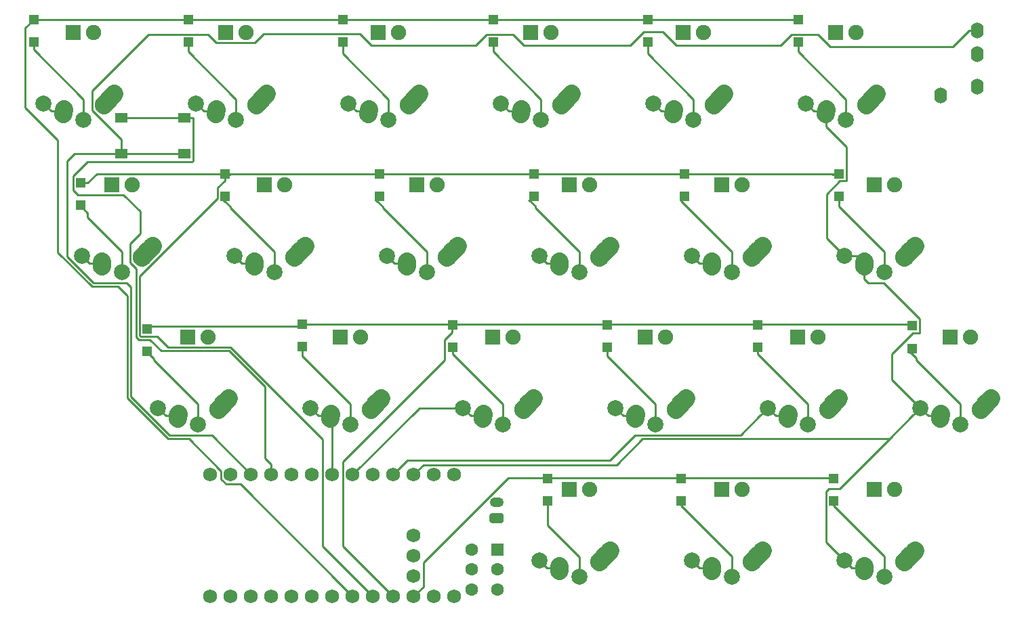
<source format=gbl>
G04 #@! TF.GenerationSoftware,KiCad,Pcbnew,(5.1.4)-1*
G04 #@! TF.CreationDate,2021-01-05T09:43:32-08:00*
G04 #@! TF.ProjectId,andante-classic,616e6461-6e74-4652-9d63-6c6173736963,rev?*
G04 #@! TF.SameCoordinates,Original*
G04 #@! TF.FileFunction,Copper,L2,Bot*
G04 #@! TF.FilePolarity,Positive*
%FSLAX46Y46*%
G04 Gerber Fmt 4.6, Leading zero omitted, Abs format (unit mm)*
G04 Created by KiCad (PCBNEW (5.1.4)-1) date 2021-01-05 09:43:32*
%MOMM*%
%LPD*%
G04 APERTURE LIST*
%ADD10R,1.200000X1.200000*%
%ADD11R,1.905000X1.905000*%
%ADD12C,1.905000*%
%ADD13C,2.000000*%
%ADD14C,2.250000*%
%ADD15C,2.250000*%
%ADD16C,1.752600*%
%ADD17O,1.750000X1.200000*%
%ADD18C,0.100000*%
%ADD19C,1.200000*%
%ADD20C,1.600000*%
%ADD21R,1.600000X1.600000*%
%ADD22O,1.600000X2.000000*%
%ADD23R,1.550000X1.300000*%
%ADD24C,0.250000*%
G04 APERTURE END LIST*
D10*
X118872000Y-22860000D03*
X118872000Y-25660000D03*
X100076000Y-22860000D03*
X100076000Y-25660000D03*
X66548000Y-42164000D03*
X66548000Y-44964000D03*
X104187500Y-80264000D03*
X104187500Y-83064000D03*
X133096000Y-61208000D03*
X133096000Y-64008000D03*
X113792000Y-61084000D03*
X113792000Y-63884000D03*
X85852000Y-42164000D03*
X85852000Y-44964000D03*
X87518750Y-80264000D03*
X87518750Y-83064000D03*
X104648000Y-42164000D03*
X104648000Y-44964000D03*
X37512500Y-61562500D03*
X37512500Y-64362500D03*
X29194000Y-43338000D03*
X29194000Y-46138000D03*
X47244000Y-42164000D03*
X47244000Y-44964000D03*
X123952000Y-42164000D03*
X123952000Y-44964000D03*
X123237500Y-80264000D03*
X123237500Y-83064000D03*
X75692000Y-61084000D03*
X75692000Y-63884000D03*
D11*
X128317500Y-81632500D03*
D12*
X130857500Y-81632500D03*
D13*
X129587500Y-92612500D03*
X124587500Y-90512500D03*
D14*
X132087500Y-90712500D03*
X132742505Y-89982504D03*
D15*
X133397500Y-89252500D02*
X132087510Y-90712508D01*
D14*
X127047500Y-91792500D03*
X127067729Y-91502516D03*
D15*
X127087500Y-91212500D02*
X127047958Y-91792532D01*
D11*
X80692500Y-62582500D03*
D12*
X83232500Y-62582500D03*
D13*
X81962500Y-73562500D03*
X76962500Y-71462500D03*
D14*
X84462500Y-71662500D03*
X85117505Y-70932504D03*
D15*
X85772500Y-70202500D02*
X84462510Y-71662508D01*
D14*
X79422500Y-72742500D03*
X79442729Y-72452516D03*
D15*
X79462500Y-72162500D02*
X79422958Y-72742532D01*
D10*
X56896000Y-60960000D03*
X56896000Y-63760000D03*
D11*
X33067500Y-43532500D03*
D12*
X35607500Y-43532500D03*
D13*
X34337500Y-54512500D03*
X29337500Y-52412500D03*
D14*
X36837500Y-52612500D03*
X37492505Y-51882504D03*
D15*
X38147500Y-51152500D02*
X36837510Y-52612508D01*
D14*
X31797500Y-53692500D03*
X31817729Y-53402516D03*
D15*
X31837500Y-53112500D02*
X31797958Y-53692532D01*
D11*
X42592500Y-62582500D03*
D12*
X45132500Y-62582500D03*
D13*
X43862500Y-73562500D03*
X38862500Y-71462500D03*
D14*
X46362500Y-71662500D03*
X47017505Y-70932504D03*
D15*
X47672500Y-70202500D02*
X46362510Y-71662508D01*
D14*
X41322500Y-72742500D03*
X41342729Y-72452516D03*
D15*
X41362500Y-72162500D02*
X41322958Y-72742532D01*
D11*
X85455000Y-24482500D03*
D12*
X87995000Y-24482500D03*
D13*
X86725000Y-35462500D03*
X81725000Y-33362500D03*
D14*
X89225000Y-33562500D03*
X89880005Y-32832504D03*
D15*
X90535000Y-32102500D02*
X89225010Y-33562508D01*
D14*
X84185000Y-34642500D03*
X84205229Y-34352516D03*
D15*
X84225000Y-34062500D02*
X84185458Y-34642532D01*
D11*
X118792500Y-62582500D03*
D12*
X121332500Y-62582500D03*
D13*
X120062500Y-73562500D03*
X115062500Y-71462500D03*
D14*
X122562500Y-71662500D03*
X123217505Y-70932504D03*
D15*
X123872500Y-70202500D02*
X122562510Y-71662508D01*
D14*
X117522500Y-72742500D03*
X117542729Y-72452516D03*
D15*
X117562500Y-72162500D02*
X117522958Y-72742532D01*
D16*
X47950538Y-95028380D03*
X50490538Y-95028380D03*
X53030538Y-95028380D03*
X55570538Y-95028380D03*
X58110538Y-95028380D03*
X60650538Y-95028380D03*
X63190538Y-95028380D03*
X65730538Y-95028380D03*
X68270538Y-95028380D03*
X70810538Y-95028380D03*
X73350538Y-95028380D03*
X75890538Y-79788380D03*
X73350538Y-79788380D03*
X70810538Y-79788380D03*
X68270538Y-79788380D03*
X65730538Y-79788380D03*
X63190538Y-79788380D03*
X60650538Y-79788380D03*
X58110538Y-79788380D03*
X55570538Y-79788380D03*
X53030538Y-79788380D03*
X50490538Y-79788380D03*
X75890538Y-95028380D03*
X47950538Y-79788380D03*
X45410538Y-79788380D03*
X45410538Y-95028380D03*
X70810538Y-92488380D03*
X70810538Y-89948380D03*
X70810538Y-87408380D03*
D11*
X109267500Y-81632500D03*
D12*
X111807500Y-81632500D03*
D13*
X110537500Y-92612500D03*
X105537500Y-90512500D03*
D14*
X113037500Y-90712500D03*
X113692505Y-89982504D03*
D15*
X114347500Y-89252500D02*
X113037510Y-90712508D01*
D14*
X107997500Y-91792500D03*
X108017729Y-91502516D03*
D15*
X108037500Y-91212500D02*
X107997958Y-91792532D01*
D11*
X137842500Y-62582500D03*
D12*
X140382500Y-62582500D03*
D13*
X139112500Y-73562500D03*
X134112500Y-71462500D03*
D14*
X141612500Y-71662500D03*
X142267505Y-70932504D03*
D15*
X142922500Y-70202500D02*
X141612510Y-71662508D01*
D14*
X136572500Y-72742500D03*
X136592729Y-72452516D03*
D15*
X136612500Y-72162500D02*
X136572958Y-72742532D01*
D11*
X61642500Y-62582500D03*
D12*
X64182500Y-62582500D03*
D13*
X62912500Y-73562500D03*
X57912500Y-71462500D03*
D14*
X65412500Y-71662500D03*
X66067505Y-70932504D03*
D15*
X66722500Y-70202500D02*
X65412510Y-71662508D01*
D14*
X60372500Y-72742500D03*
X60392729Y-72452516D03*
D15*
X60412500Y-72162500D02*
X60372958Y-72742532D01*
D11*
X99742500Y-62582500D03*
D12*
X102282500Y-62582500D03*
D13*
X101012500Y-73562500D03*
X96012500Y-71462500D03*
D14*
X103512500Y-71662500D03*
X104167505Y-70932504D03*
D15*
X104822500Y-70202500D02*
X103512510Y-71662508D01*
D14*
X98472500Y-72742500D03*
X98492729Y-72452516D03*
D15*
X98512500Y-72162500D02*
X98472958Y-72742532D01*
D17*
X81168750Y-83252000D03*
D18*
G36*
X81818255Y-84653204D02*
G01*
X81842523Y-84656804D01*
X81866322Y-84662765D01*
X81889421Y-84671030D01*
X81911600Y-84681520D01*
X81932643Y-84694132D01*
X81952349Y-84708747D01*
X81970527Y-84725223D01*
X81987003Y-84743401D01*
X82001618Y-84763107D01*
X82014230Y-84784150D01*
X82024720Y-84806329D01*
X82032985Y-84829428D01*
X82038946Y-84853227D01*
X82042546Y-84877495D01*
X82043750Y-84901999D01*
X82043750Y-85602001D01*
X82042546Y-85626505D01*
X82038946Y-85650773D01*
X82032985Y-85674572D01*
X82024720Y-85697671D01*
X82014230Y-85719850D01*
X82001618Y-85740893D01*
X81987003Y-85760599D01*
X81970527Y-85778777D01*
X81952349Y-85795253D01*
X81932643Y-85809868D01*
X81911600Y-85822480D01*
X81889421Y-85832970D01*
X81866322Y-85841235D01*
X81842523Y-85847196D01*
X81818255Y-85850796D01*
X81793751Y-85852000D01*
X80543749Y-85852000D01*
X80519245Y-85850796D01*
X80494977Y-85847196D01*
X80471178Y-85841235D01*
X80448079Y-85832970D01*
X80425900Y-85822480D01*
X80404857Y-85809868D01*
X80385151Y-85795253D01*
X80366973Y-85778777D01*
X80350497Y-85760599D01*
X80335882Y-85740893D01*
X80323270Y-85719850D01*
X80312780Y-85697671D01*
X80304515Y-85674572D01*
X80298554Y-85650773D01*
X80294954Y-85626505D01*
X80293750Y-85602001D01*
X80293750Y-84901999D01*
X80294954Y-84877495D01*
X80298554Y-84853227D01*
X80304515Y-84829428D01*
X80312780Y-84806329D01*
X80323270Y-84784150D01*
X80335882Y-84763107D01*
X80350497Y-84743401D01*
X80366973Y-84725223D01*
X80385151Y-84708747D01*
X80404857Y-84694132D01*
X80425900Y-84681520D01*
X80448079Y-84671030D01*
X80471178Y-84662765D01*
X80494977Y-84656804D01*
X80519245Y-84653204D01*
X80543749Y-84652000D01*
X81793751Y-84652000D01*
X81818255Y-84653204D01*
X81818255Y-84653204D01*
G37*
D19*
X81168750Y-85252000D03*
D11*
X104505000Y-24482500D03*
D12*
X107045000Y-24482500D03*
D13*
X105775000Y-35462500D03*
X100775000Y-33362500D03*
D14*
X108275000Y-33562500D03*
X108930005Y-32832504D03*
D15*
X109585000Y-32102500D02*
X108275010Y-33562508D01*
D14*
X103235000Y-34642500D03*
X103255229Y-34352516D03*
D15*
X103275000Y-34062500D02*
X103235458Y-34642532D01*
D20*
X78064000Y-94189000D03*
X78064000Y-91689000D03*
X78064000Y-89189000D03*
X81264000Y-94189000D03*
X81264000Y-91689000D03*
D21*
X81264000Y-89189000D03*
D11*
X90217500Y-81632500D03*
D12*
X92757500Y-81632500D03*
D13*
X91487500Y-92612500D03*
X86487500Y-90512500D03*
D14*
X93987500Y-90712500D03*
X94642505Y-89982504D03*
D15*
X95297500Y-89252500D02*
X93987510Y-90712508D01*
D14*
X88947500Y-91792500D03*
X88967729Y-91502516D03*
D15*
X88987500Y-91212500D02*
X88947958Y-91792532D01*
D11*
X123555000Y-24482500D03*
D12*
X126095000Y-24482500D03*
D13*
X124825000Y-35462500D03*
X119825000Y-33362500D03*
D14*
X127325000Y-33562500D03*
X127980005Y-32832504D03*
D15*
X128635000Y-32102500D02*
X127325010Y-33562508D01*
D14*
X122285000Y-34642500D03*
X122305229Y-34352516D03*
D15*
X122325000Y-34062500D02*
X122285458Y-34642532D01*
D11*
X47355000Y-24482500D03*
D12*
X49895000Y-24482500D03*
D13*
X48625000Y-35462500D03*
X43625000Y-33362500D03*
D14*
X51125000Y-33562500D03*
X51780005Y-32832504D03*
D15*
X52435000Y-32102500D02*
X51125010Y-33562508D01*
D14*
X46085000Y-34642500D03*
X46105229Y-34352516D03*
D15*
X46125000Y-34062500D02*
X46085458Y-34642532D01*
D11*
X52117500Y-43532500D03*
D12*
X54657500Y-43532500D03*
D13*
X53387500Y-54512500D03*
X48387500Y-52412500D03*
D14*
X55887500Y-52612500D03*
X56542505Y-51882504D03*
D15*
X57197500Y-51152500D02*
X55887510Y-52612508D01*
D14*
X50847500Y-53692500D03*
X50867729Y-53402516D03*
D15*
X50887500Y-53112500D02*
X50847958Y-53692532D01*
D11*
X90217500Y-43532500D03*
D12*
X92757500Y-43532500D03*
D13*
X91487500Y-54512500D03*
X86487500Y-52412500D03*
D14*
X93987500Y-52612500D03*
X94642505Y-51882504D03*
D15*
X95297500Y-51152500D02*
X93987510Y-52612508D01*
D14*
X88947500Y-53692500D03*
X88967729Y-53402516D03*
D15*
X88987500Y-53112500D02*
X88947958Y-53692532D01*
D11*
X28305000Y-24482500D03*
D12*
X30845000Y-24482500D03*
D13*
X29575000Y-35462500D03*
X24575000Y-33362500D03*
D14*
X32075000Y-33562500D03*
X32730005Y-32832504D03*
D15*
X33385000Y-32102500D02*
X32075010Y-33562508D01*
D14*
X27035000Y-34642500D03*
X27055229Y-34352516D03*
D15*
X27075000Y-34062500D02*
X27035458Y-34642532D01*
D11*
X66405000Y-24482500D03*
D12*
X68945000Y-24482500D03*
D13*
X67675000Y-35462500D03*
X62675000Y-33362500D03*
D14*
X70175000Y-33562500D03*
X70830005Y-32832504D03*
D15*
X71485000Y-32102500D02*
X70175010Y-33562508D01*
D14*
X65135000Y-34642500D03*
X65155229Y-34352516D03*
D15*
X65175000Y-34062500D02*
X65135458Y-34642532D01*
D11*
X128317500Y-43532500D03*
D12*
X130857500Y-43532500D03*
D13*
X129587500Y-54512500D03*
X124587500Y-52412500D03*
D14*
X132087500Y-52612500D03*
X132742505Y-51882504D03*
D15*
X133397500Y-51152500D02*
X132087510Y-52612508D01*
D14*
X127047500Y-53692500D03*
X127067729Y-53402516D03*
D15*
X127087500Y-53112500D02*
X127047958Y-53692532D01*
D22*
X141250000Y-27250000D03*
X141250000Y-24250000D03*
X141250000Y-31250000D03*
X136650000Y-32350000D03*
D10*
X94996000Y-61084000D03*
X94996000Y-63884000D03*
D23*
X42195000Y-35190000D03*
X42195000Y-39690000D03*
X34245000Y-39690000D03*
X34245000Y-35190000D03*
D10*
X23368000Y-22860000D03*
X23368000Y-25660000D03*
X42672000Y-22860000D03*
X42672000Y-25660000D03*
X80772000Y-22860000D03*
X80772000Y-25660000D03*
X61976000Y-22860000D03*
X61976000Y-25660000D03*
D11*
X71167500Y-43532500D03*
D12*
X73707500Y-43532500D03*
D13*
X72437500Y-54512500D03*
X67437500Y-52412500D03*
D14*
X74937500Y-52612500D03*
X75592505Y-51882504D03*
D15*
X76247500Y-51152500D02*
X74937510Y-52612508D01*
D14*
X69897500Y-53692500D03*
X69917729Y-53402516D03*
D15*
X69937500Y-53112500D02*
X69897958Y-53692532D01*
D11*
X109267500Y-43532500D03*
D12*
X111807500Y-43532500D03*
D13*
X110537500Y-54512500D03*
X105537500Y-52412500D03*
D14*
X113037500Y-52612500D03*
X113692505Y-51882504D03*
D15*
X114347500Y-51152500D02*
X113037510Y-52612508D01*
D14*
X107997500Y-53692500D03*
X108017729Y-53402516D03*
D15*
X108037500Y-53112500D02*
X107997958Y-53692532D01*
D24*
X23368000Y-26510000D02*
X23368000Y-25660000D01*
X23368000Y-26659498D02*
X23368000Y-26510000D01*
X29575000Y-35462500D02*
X29575000Y-32866498D01*
X29575000Y-32866498D02*
X23368000Y-26659498D01*
X26362629Y-37976101D02*
X26362630Y-52035042D01*
X46749237Y-80365005D02*
X46749237Y-79349153D01*
X22299999Y-23925001D02*
X22299999Y-33913471D01*
X23075000Y-23150000D02*
X22299999Y-23925001D01*
X35025140Y-57477210D02*
X33835440Y-56287510D01*
X42737595Y-75337511D02*
X40140099Y-75337511D01*
X35025140Y-70222552D02*
X35025140Y-57477210D01*
X46749237Y-80365005D02*
X47373913Y-80989681D01*
X26362630Y-52035042D02*
X30615098Y-56287510D01*
X47373913Y-80989681D02*
X49151839Y-80989681D01*
X46749237Y-79349153D02*
X42737595Y-75337511D01*
X62314239Y-94152081D02*
X63190538Y-95028380D01*
X40140099Y-75337511D02*
X35025140Y-70222552D01*
X23368000Y-22860000D02*
X118872000Y-22860000D01*
X49151839Y-80989681D02*
X62314239Y-94152081D01*
X22299999Y-33913471D02*
X26362629Y-37976101D01*
X23225000Y-23150000D02*
X23075000Y-23150000D01*
X30615098Y-56287510D02*
X33835440Y-56287510D01*
X38862500Y-71462500D02*
X39862499Y-72462499D01*
X29337500Y-52412500D02*
X30337499Y-53412499D01*
X30337499Y-53412499D02*
X31537501Y-53412499D01*
X41362500Y-72162500D02*
X41362500Y-73023502D01*
X39862499Y-72462499D02*
X41062501Y-72462499D01*
X26754999Y-34362499D02*
X27035000Y-34642500D01*
X25574999Y-34362499D02*
X26754999Y-34362499D01*
X24575000Y-33362500D02*
X25574999Y-34362499D01*
X31837500Y-53112500D02*
X31837500Y-53973502D01*
X41062501Y-72462499D02*
X41362500Y-72162500D01*
X31537501Y-53412499D02*
X31837500Y-53112500D01*
X42672000Y-26510000D02*
X42672000Y-25660000D01*
X48625000Y-32866498D02*
X42672000Y-26913498D01*
X42672000Y-26913498D02*
X42672000Y-26510000D01*
X48625000Y-35462500D02*
X48625000Y-32866498D01*
X61976000Y-27167498D02*
X61976000Y-26510000D01*
X67675000Y-32866498D02*
X61976000Y-27167498D01*
X67675000Y-35462500D02*
X67675000Y-32866498D01*
X61976000Y-26510000D02*
X61976000Y-25660000D01*
X86725000Y-32866498D02*
X80772000Y-26913498D01*
X86725000Y-35462500D02*
X86725000Y-32866498D01*
X80772000Y-26913498D02*
X80772000Y-26510000D01*
X80772000Y-26510000D02*
X80772000Y-25660000D01*
X100076000Y-27167498D02*
X100076000Y-26510000D01*
X105775000Y-32866498D02*
X100076000Y-27167498D01*
X105775000Y-35462500D02*
X105775000Y-32866498D01*
X100076000Y-26510000D02*
X100076000Y-25660000D01*
X124825000Y-32866498D02*
X118872000Y-26913498D01*
X118872000Y-26510000D02*
X118872000Y-25660000D01*
X124825000Y-35462500D02*
X124825000Y-32866498D01*
X118872000Y-26913498D02*
X118872000Y-26510000D01*
X30044000Y-47619000D02*
X30044000Y-47088000D01*
X29344000Y-46388000D02*
X29194000Y-46388000D01*
X34337500Y-54512500D02*
X34337500Y-51912500D01*
X30044000Y-47088000D02*
X29344000Y-46388000D01*
X34337500Y-51912500D02*
X30044000Y-47619000D01*
X65730538Y-95028380D02*
X59449237Y-88747079D01*
X123087500Y-42262500D02*
X123079999Y-42254999D01*
X47895001Y-42254999D02*
X47887500Y-42262500D01*
X47887500Y-42262500D02*
X47037500Y-42262500D01*
X123237500Y-42262500D02*
X123087500Y-42262500D01*
X29194000Y-43338000D02*
X30044000Y-43338000D01*
X47935413Y-63860001D02*
X40112411Y-63860001D01*
X36587499Y-62395301D02*
X36587499Y-55008503D01*
X31218000Y-42164000D02*
X46394000Y-42164000D01*
X46318999Y-43939001D02*
X47244000Y-43014000D01*
X47244000Y-43014000D02*
X47244000Y-42164000D01*
X36587499Y-55008503D02*
X46318999Y-45277003D01*
X46318999Y-45277003D02*
X46318999Y-43939001D01*
X47244000Y-42164000D02*
X123952000Y-42164000D01*
X36679699Y-62487501D02*
X36587499Y-62395301D01*
X38739911Y-62487501D02*
X36679699Y-62487501D01*
X40112411Y-63860001D02*
X38739911Y-62487501D01*
X59449237Y-88747079D02*
X59449237Y-75373825D01*
X30044000Y-43338000D02*
X31218000Y-42164000D01*
X46394000Y-42164000D02*
X47244000Y-42164000D01*
X59449237Y-75373825D02*
X47935413Y-63860001D01*
X47887500Y-46262500D02*
X47187500Y-45562500D01*
X47887500Y-46412500D02*
X47887500Y-46262500D01*
X53387500Y-51912500D02*
X47887500Y-46412500D01*
X53387500Y-54512500D02*
X53387500Y-51912500D01*
X47187500Y-45562500D02*
X47037500Y-45562500D01*
X66937500Y-46262500D02*
X66237500Y-45562500D01*
X66937500Y-46412500D02*
X66937500Y-46262500D01*
X72437500Y-51912500D02*
X66937500Y-46412500D01*
X66237500Y-45562500D02*
X66087500Y-45562500D01*
X72437500Y-54512500D02*
X72437500Y-51912500D01*
X85987500Y-46200000D02*
X85287500Y-45500000D01*
X91487500Y-51916498D02*
X85987500Y-46416498D01*
X85287500Y-45500000D02*
X85137500Y-45500000D01*
X85987500Y-46416498D02*
X85987500Y-46200000D01*
X91487500Y-54512500D02*
X91487500Y-51916498D01*
X110537500Y-51912500D02*
X104187500Y-45562500D01*
X110537500Y-54512500D02*
X110537500Y-51912500D01*
X123952000Y-45814000D02*
X123952000Y-44964000D01*
X129587500Y-51916498D02*
X123952000Y-46280998D01*
X123952000Y-46280998D02*
X123952000Y-45814000D01*
X129587500Y-54512500D02*
X129587500Y-51916498D01*
X37662500Y-64612500D02*
X37512500Y-64612500D01*
X43862500Y-70962500D02*
X38362500Y-65462500D01*
X43862500Y-73562500D02*
X43862500Y-70962500D01*
X38362500Y-65312500D02*
X37662500Y-64612500D01*
X38362500Y-65462500D02*
X38362500Y-65312500D01*
X61989237Y-78150763D02*
X74687499Y-65452501D01*
X56500000Y-61250000D02*
X37575000Y-61250000D01*
X68270538Y-95028380D02*
X61989237Y-88747079D01*
X61989237Y-88747079D02*
X61989237Y-78150763D01*
X74687499Y-62937501D02*
X75612500Y-62012500D01*
X75612500Y-62012500D02*
X75612500Y-61312500D01*
X74687499Y-65452501D02*
X74687499Y-62937501D01*
X56896000Y-60960000D02*
X132588000Y-60960000D01*
X37575000Y-61250000D02*
X37512500Y-61312500D01*
X62912500Y-70966498D02*
X56896000Y-64949998D01*
X62912500Y-73562500D02*
X62912500Y-70966498D01*
X56896000Y-64610000D02*
X56896000Y-63760000D01*
X56896000Y-64949998D02*
X56896000Y-64610000D01*
X81962500Y-71004500D02*
X75692000Y-64734000D01*
X81962500Y-73562500D02*
X81962500Y-71004500D01*
X75692000Y-64734000D02*
X75692000Y-63884000D01*
X94996000Y-64734000D02*
X94996000Y-63884000D01*
X94996000Y-64949998D02*
X94996000Y-64734000D01*
X101012500Y-70966498D02*
X94996000Y-64949998D01*
X101012500Y-73562500D02*
X101012500Y-70966498D01*
X120062500Y-73562500D02*
X120062500Y-71004500D01*
X120062500Y-71004500D02*
X113792000Y-64734000D01*
X113792000Y-64734000D02*
X113792000Y-63884000D01*
X133612500Y-65250000D02*
X132912500Y-64550000D01*
X132912500Y-64550000D02*
X132762500Y-64550000D01*
X139112500Y-70966498D02*
X133612500Y-65466498D01*
X139112500Y-73562500D02*
X139112500Y-70966498D01*
X133612500Y-65466498D02*
X133612500Y-65250000D01*
X91487500Y-92612500D02*
X91487500Y-90144474D01*
X87518750Y-86175724D02*
X87518750Y-84236500D01*
X91487500Y-90144474D02*
X87518750Y-86175724D01*
X87518750Y-84236500D02*
X87518750Y-83536500D01*
X123111500Y-80236500D02*
X123237500Y-80362500D01*
X87518750Y-80236500D02*
X123111500Y-80236500D01*
X72011839Y-93827079D02*
X72011839Y-90825750D01*
X82601089Y-80236500D02*
X86668750Y-80236500D01*
X70810538Y-95028380D02*
X72011839Y-93827079D01*
X72011839Y-90825750D02*
X82601089Y-80236500D01*
X86668750Y-80236500D02*
X87518750Y-80236500D01*
X104187500Y-83666498D02*
X104187500Y-83064000D01*
X110537500Y-90016498D02*
X104187500Y-83666498D01*
X110537500Y-92612500D02*
X110537500Y-90016498D01*
X129587500Y-90016498D02*
X123237500Y-83666498D01*
X123237500Y-83666498D02*
X123237500Y-83064000D01*
X129587500Y-92612500D02*
X129587500Y-90016498D01*
X48387500Y-52412500D02*
X49387499Y-53412499D01*
X57912500Y-71462500D02*
X58912499Y-72462499D01*
X58912499Y-72462499D02*
X60112501Y-72462499D01*
X45825001Y-34362499D02*
X46125000Y-34062500D01*
X60112501Y-72462499D02*
X60412500Y-72162500D01*
X60650538Y-72400538D02*
X60412500Y-72162500D01*
X44624999Y-34362499D02*
X45825001Y-34362499D01*
X43625000Y-33362500D02*
X44624999Y-34362499D01*
X60650538Y-79788380D02*
X60650538Y-72400538D01*
X50567499Y-53412499D02*
X50847500Y-53692500D01*
X49387499Y-53412499D02*
X50567499Y-53412499D01*
X63190538Y-79788380D02*
X71516418Y-71462500D01*
X76962500Y-71462500D02*
X77962499Y-72462499D01*
X62675000Y-33362500D02*
X63674999Y-34362499D01*
X67437500Y-52412500D02*
X68437499Y-53412499D01*
X77962499Y-72462499D02*
X79162501Y-72462499D01*
X68437499Y-53412499D02*
X69617499Y-53412499D01*
X64875001Y-34362499D02*
X65175000Y-34062500D01*
X71516418Y-71462500D02*
X76962500Y-71462500D01*
X79162501Y-72462499D02*
X79462500Y-72162500D01*
X69617499Y-53412499D02*
X69897500Y-53692500D01*
X63674999Y-34362499D02*
X64875001Y-34362499D01*
X88687501Y-91512499D02*
X88987500Y-91212500D01*
X87487499Y-91512499D02*
X88687501Y-91512499D01*
X88687501Y-53412499D02*
X88987500Y-53112500D01*
X86487500Y-90512500D02*
X87487499Y-91512499D01*
X83925001Y-34362499D02*
X84225000Y-34062500D01*
X96012500Y-71462500D02*
X97012499Y-72462499D01*
X81725000Y-33362500D02*
X82724999Y-34362499D01*
X86487500Y-52412500D02*
X87487499Y-53412499D01*
X82724999Y-34362499D02*
X83925001Y-34362499D01*
X87487499Y-53412499D02*
X88687501Y-53412499D01*
X97012499Y-72462499D02*
X98192499Y-72462499D01*
X98192499Y-72462499D02*
X98472500Y-72742500D01*
X102975001Y-34362499D02*
X103275000Y-34062500D01*
X107737501Y-53412499D02*
X108037500Y-53112500D01*
X115062500Y-71462500D02*
X116062499Y-72462499D01*
X101774999Y-34362499D02*
X102975001Y-34362499D01*
X98458041Y-74887501D02*
X111637499Y-74887501D01*
X117262501Y-72462499D02*
X117562500Y-72162500D01*
X100775000Y-33362500D02*
X101774999Y-34362499D01*
X114062501Y-72462499D02*
X115062500Y-71462500D01*
X106537499Y-53412499D02*
X107737501Y-53412499D01*
X116062499Y-72462499D02*
X117262501Y-72462499D01*
X106537499Y-91512499D02*
X107737501Y-91512499D01*
X68270538Y-79788380D02*
X70022147Y-78036771D01*
X105537500Y-52412500D02*
X106537499Y-53412499D01*
X105537500Y-90512500D02*
X106537499Y-91512499D01*
X95308771Y-78036771D02*
X98458041Y-74887501D01*
X70022147Y-78036771D02*
X95308771Y-78036771D01*
X111637499Y-74887501D02*
X114062501Y-72462499D01*
X126987921Y-78587079D02*
X130219500Y-75355500D01*
X122678499Y-81537501D02*
X124037499Y-81537501D01*
X122312499Y-81903501D02*
X122678499Y-81537501D01*
X126787501Y-91512499D02*
X127087500Y-91212500D01*
X124587500Y-90512500D02*
X125587499Y-91512499D01*
X135112499Y-72462499D02*
X136312501Y-72462499D01*
X120824999Y-34362499D02*
X122025001Y-34362499D01*
X127601511Y-55837501D02*
X127087500Y-55323490D01*
X133956001Y-62133001D02*
X134021001Y-62068001D01*
X122428000Y-44702998D02*
X124041997Y-43089001D01*
X124041997Y-43089001D02*
X124812001Y-43089001D01*
X72011839Y-78587079D02*
X96164921Y-78587079D01*
X127087500Y-55323490D02*
X127087500Y-53112500D01*
X126409500Y-79165500D02*
X126987921Y-78587079D01*
X130556000Y-67906000D02*
X130556000Y-64762998D01*
X133112501Y-72462499D02*
X134112500Y-71462500D01*
X124037499Y-81537501D02*
X125901500Y-79673500D01*
X122312499Y-88237499D02*
X122312499Y-81903501D01*
X130556000Y-64762998D02*
X133185997Y-62133001D01*
X134021001Y-60361001D02*
X129497501Y-55837501D01*
X124877001Y-38825491D02*
X122325000Y-36273490D01*
X96164921Y-78587079D02*
X99414489Y-75337511D01*
X126387500Y-52412500D02*
X124587500Y-52412500D01*
X124877001Y-43024001D02*
X124877001Y-38825491D01*
X124587500Y-52412500D02*
X122428000Y-50253000D01*
X124587500Y-90512500D02*
X122312499Y-88237499D01*
X134112500Y-71462500D02*
X130556000Y-67906000D01*
X99414489Y-75337511D02*
X130201511Y-75337511D01*
X130219500Y-75355500D02*
X133112501Y-72462499D01*
X125901500Y-79673500D02*
X126409500Y-79165500D01*
X125587499Y-91512499D02*
X126787501Y-91512499D01*
X129497501Y-55837501D02*
X127601511Y-55837501D01*
X122428000Y-50253000D02*
X122428000Y-44702998D01*
X130201511Y-75337511D02*
X130219500Y-75355500D01*
X133185997Y-62133001D02*
X133956001Y-62133001D01*
X134021001Y-62068001D02*
X134021001Y-60361001D01*
X70810538Y-79788380D02*
X72011839Y-78587079D01*
X119825000Y-33362500D02*
X120824999Y-34362499D01*
X122025001Y-34362499D02*
X122325000Y-34062500D01*
X134112500Y-71462500D02*
X135112499Y-72462499D01*
X127087500Y-53112500D02*
X126387500Y-52412500D01*
X122325000Y-36273490D02*
X122325000Y-34062500D01*
X136312501Y-72462499D02*
X136612500Y-72162500D01*
X124812001Y-43089001D02*
X124877001Y-43024001D01*
X30081997Y-40665001D02*
X43154999Y-40665001D01*
X34245000Y-35190000D02*
X42195000Y-35190000D01*
X53030538Y-79788380D02*
X53030538Y-78549105D01*
X36656401Y-49662499D02*
X36656401Y-46896401D01*
X52270000Y-77788567D02*
X52270000Y-68830998D01*
X34570001Y-44810001D02*
X28880999Y-44810001D01*
X43154999Y-40665001D02*
X43295001Y-40524999D01*
X28880999Y-44810001D02*
X28268999Y-44198001D01*
X37872513Y-62937511D02*
X36493298Y-62937510D01*
X36493298Y-62937510D02*
X36137489Y-62581701D01*
X35387499Y-53308501D02*
X35387499Y-50931401D01*
X47749013Y-64310011D02*
X39245013Y-64310011D01*
X39245013Y-64310011D02*
X37872513Y-62937511D01*
X36137489Y-62581701D02*
X36137489Y-54058491D01*
X28268999Y-42477999D02*
X30081997Y-40665001D01*
X36656401Y-46896401D02*
X34570001Y-44810001D01*
X43295001Y-35265001D02*
X43220000Y-35190000D01*
X28268999Y-44198001D02*
X28268999Y-42477999D01*
X43220000Y-35190000D02*
X42195000Y-35190000D01*
X43295001Y-40524999D02*
X43295001Y-35265001D01*
X35387499Y-50931401D02*
X36656401Y-49662499D01*
X36137489Y-54058491D02*
X35387499Y-53308501D01*
X52270000Y-68830998D02*
X47749013Y-64310011D01*
X53030538Y-78549105D02*
X52270000Y-77788567D01*
X80730600Y-88757200D02*
X81327500Y-89354100D01*
X35475150Y-70036152D02*
X35475150Y-56339150D01*
X28448730Y-39690000D02*
X33220000Y-39690000D01*
X78559497Y-26087501D02*
X79911999Y-24734999D01*
X33220000Y-39690000D02*
X34245000Y-39690000D01*
X35475150Y-56339150D02*
X34973501Y-55837501D01*
X34973501Y-55837501D02*
X30801499Y-55837501D01*
X138152629Y-26297371D02*
X140200000Y-24250000D01*
X34245000Y-37878502D02*
X30624999Y-34258501D01*
X27537630Y-52573632D02*
X27537630Y-40601100D01*
X121317497Y-24734999D02*
X122879869Y-26297371D01*
X50490538Y-79788380D02*
X50829005Y-79788380D01*
X30801499Y-55837501D02*
X27537630Y-52573632D01*
X50947999Y-25760001D02*
X52070501Y-24637499D01*
X40326499Y-74887501D02*
X35475150Y-70036152D01*
X45589659Y-74887501D02*
X40326499Y-74887501D01*
X27537630Y-40601100D02*
X28448730Y-39690000D01*
X30624999Y-34258501D02*
X30624999Y-31816499D01*
X34245000Y-39690000D02*
X42195000Y-39690000D01*
X101916498Y-24384000D02*
X103619999Y-26087501D01*
X50490538Y-79788380D02*
X45589659Y-74887501D01*
X65519999Y-26087501D02*
X78559497Y-26087501D01*
X116659497Y-26087501D02*
X118011999Y-24734999D01*
X84569999Y-26087501D02*
X97863497Y-26087501D01*
X46142499Y-25760001D02*
X50947999Y-25760001D01*
X97863497Y-26087501D02*
X99566998Y-24384000D01*
X122879869Y-26297371D02*
X138152629Y-26297371D01*
X64069997Y-24637499D02*
X65519999Y-26087501D01*
X99566998Y-24384000D02*
X101916498Y-24384000D01*
X52070501Y-24637499D02*
X64069997Y-24637499D01*
X83217497Y-24734999D02*
X84569999Y-26087501D01*
X45117497Y-24734999D02*
X46142499Y-25760001D01*
X37706499Y-24734999D02*
X45117497Y-24734999D01*
X103619999Y-26087501D02*
X116659497Y-26087501D01*
X140200000Y-24250000D02*
X141250000Y-24250000D01*
X34245000Y-39690000D02*
X34245000Y-37878502D01*
X79911999Y-24734999D02*
X83217497Y-24734999D01*
X118011999Y-24734999D02*
X121317497Y-24734999D01*
X30624999Y-31816499D02*
X37706499Y-24734999D01*
M02*

</source>
